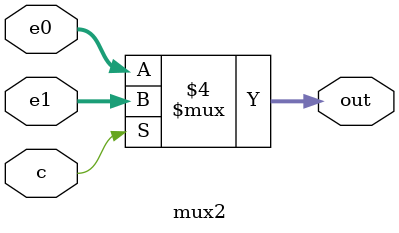
<source format=v>
module mux2(
   input [7:0] e0,
   input [7:0] e1,
   input       c,
   output reg [7:0] out
);

   always @(*) begin
      if (c == 1'b0)
         out = e0;
      else
         out = e1;
   end

endmodule

</source>
